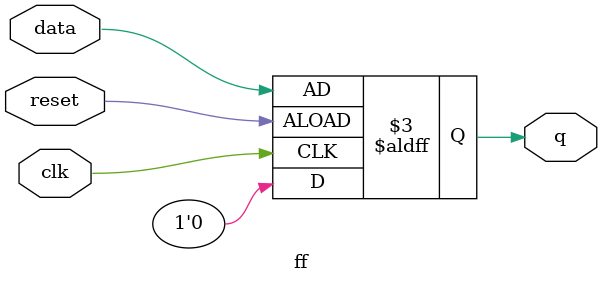
<source format=v>
module ff (data, clk, reset, q);

        input data, clk, reset ; 

        output q;
        reg q=0;

        always @ ( posedge clk or negedge reset)
            if (reset) begin
                q <= 1'b0;
            end else begin
                q <= data;
            end
endmodule

</source>
